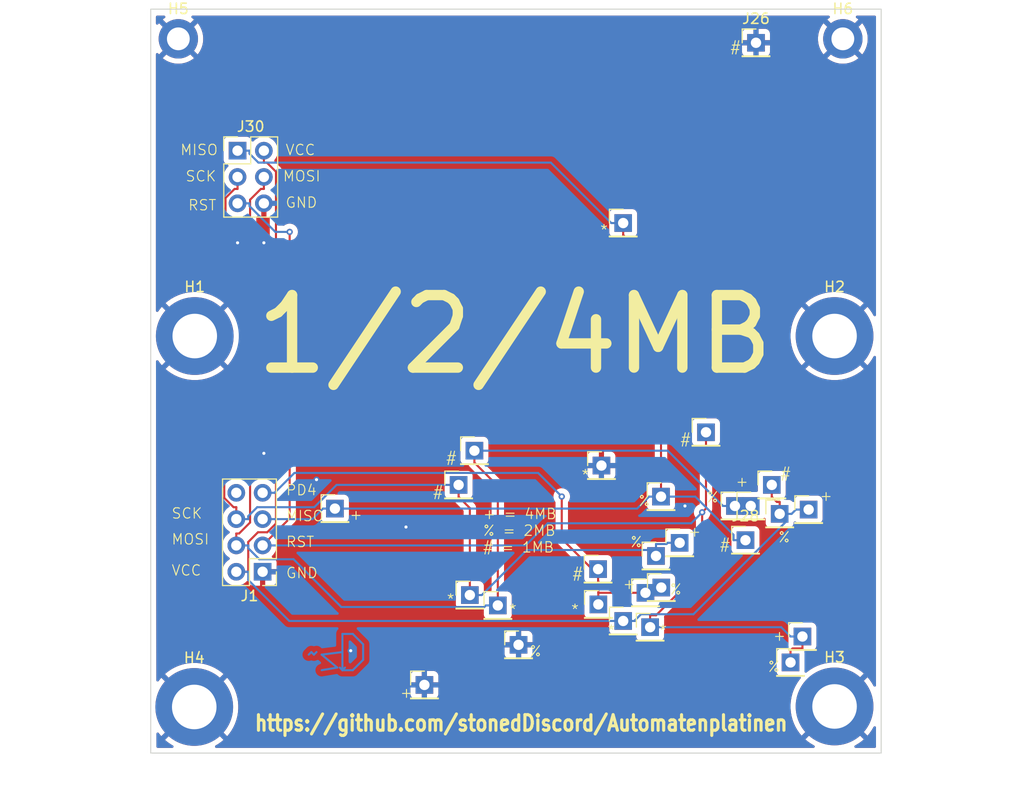
<source format=kicad_pcb>
(kicad_pcb (version 20241229) (generator "pcbnew") (generator_version "9.0")
  (layers (0 "F.Cu" signal) (2 "B.Cu" signal) (13 "F.Paste" user) (15 "B.Paste" user) (5 "F.SilkS" user "F.Silkscreen") (7 "B.SilkS" user "B.Silkscreen") (1 "F.Mask" user) (3 "B.Mask" user) (25 "Edge.Cuts" user))
  (net 0 "")
  (net 1 "/SCK")
  (net 2 "/MOSI")
  (net 3 "/RST")
  (net 4 "/GND")
  (net 5 "/MISO")
  (net 6 "/PD4")
  (net 8 "/VCC")
  (footprint "Connector_PinHeader_2.54mm:PinHeader_1x01_P2.54mm_Vertical" (layer "F.Cu") (at 164.592 81.788)
    (property "Reference" "J27" (hide yes))
    (property "Value" "Conn_01x01_Pin")
    (fp_line (start -1.33 -1.33) (end 0 -1.33) (stroke (width 0.12)) (layer "F.SilkS"))
    (fp_line (start -1.33 0) (end -1.33 -1.33) (stroke (width 0.12)) (layer "F.SilkS"))
    (fp_line (start -1.33 1.27) (end -1.33 1.33) (stroke (width 0.12)) (layer "F.SilkS"))
    (fp_line (start -1.33 1.27) (end 1.33 1.27) (stroke (width 0.12)) (layer "F.SilkS"))
    (fp_line (start -1.33 1.33) (end 1.33 1.33) (stroke (width 0.12)) (layer "F.SilkS"))
    (fp_line (start 1.33 1.27) (end 1.33 1.33) (stroke (width 0.12)) (layer "F.SilkS"))
    (pad "1" thru_hole rect (at 0 0) (size 1.7 1.7) (drill 1) (layers "*.Cu" "*.Mask") (net 3 "/RST"))
  )
  (footprint "Connector_PinHeader_2.54mm:PinHeader_1x01_P2.54mm_Vertical" (layer "F.Cu") (at 173.9 101.5)
    (property "Reference" "J3" (hide yes))
    (property "Value" "Conn_01x01_Pin")
    (fp_line (start -1.33 -1.33) (end 0 -1.33) (stroke (width 0.12)) (layer "F.SilkS"))
    (fp_line (start -1.33 0) (end -1.33 -1.33) (stroke (width 0.12)) (layer "F.SilkS"))
    (fp_line (start -1.33 1.27) (end -1.33 1.33) (stroke (width 0.12)) (layer "F.SilkS"))
    (fp_line (start -1.33 1.27) (end 1.33 1.27) (stroke (width 0.12)) (layer "F.SilkS"))
    (fp_line (start -1.33 1.33) (end 1.33 1.33) (stroke (width 0.12)) (layer "F.SilkS"))
    (fp_line (start 1.33 1.27) (end 1.33 1.33) (stroke (width 0.12)) (layer "F.SilkS"))
    (pad "1" thru_hole rect (at 0 0) (size 1.7 1.7) (drill 1) (layers "*.Cu" "*.Mask") (net 3 "/RST"))
  )
  (footprint "Connector_PinHeader_2.54mm:PinHeader_1x01_P2.54mm_Vertical" (layer "F.Cu") (at 171.704 89.662)
    (property "Reference" "J20" (hide yes))
    (property "Value" "Conn_01x01_Pin")
    (fp_line (start -1.33 -1.33) (end 0 -1.33) (stroke (width 0.12)) (layer "F.SilkS"))
    (fp_line (start -1.33 0) (end -1.33 -1.33) (stroke (width 0.12)) (layer "F.SilkS"))
    (fp_line (start -1.33 1.27) (end -1.33 1.33) (stroke (width 0.12)) (layer "F.SilkS"))
    (fp_line (start -1.33 1.27) (end 1.33 1.27) (stroke (width 0.12)) (layer "F.SilkS"))
    (fp_line (start -1.33 1.33) (end 1.33 1.33) (stroke (width 0.12)) (layer "F.SilkS"))
    (fp_line (start 1.33 1.27) (end 1.33 1.33) (stroke (width 0.12)) (layer "F.SilkS"))
    (pad "1" thru_hole rect (at 0 0) (size 1.7 1.7) (drill 1) (layers "*.Cu" "*.Mask") (net 8 "/VCC"))
  )
  (footprint "Connector_PinHeader_2.54mm:PinHeader_1x01_P2.54mm_Vertical" (layer "F.Cu") (at 140.716 86.868)
    (property "Reference" "J25" (hide yes))
    (property "Value" "Conn_01x01_Pin")
    (fp_line (start -1.33 -1.33) (end 0 -1.33) (stroke (width 0.12)) (layer "F.SilkS"))
    (fp_line (start -1.33 0) (end -1.33 -1.33) (stroke (width 0.12)) (layer "F.SilkS"))
    (fp_line (start -1.33 1.27) (end -1.33 1.33) (stroke (width 0.12)) (layer "F.SilkS"))
    (fp_line (start -1.33 1.27) (end 1.33 1.27) (stroke (width 0.12)) (layer "F.SilkS"))
    (fp_line (start -1.33 1.33) (end 1.33 1.33) (stroke (width 0.12)) (layer "F.SilkS"))
    (fp_line (start 1.33 1.27) (end 1.33 1.33) (stroke (width 0.12)) (layer "F.SilkS"))
    (pad "1" thru_hole rect (at 0 0) (size 1.7 1.7) (drill 1) (layers "*.Cu" "*.Mask") (net 1 "/SCK"))
  )
  (footprint "MountingHole:MountingHole_2.2mm_M2_DIN965_Pad" (layer "F.Cu") (at 113.665 43.815)
    (property "Reference" "H5" (at 0 -2.9 0) (layer "F.SilkS"))
    (property "Value" "MountingHole_Pad")
    (pad "1" thru_hole circle (at 0 0) (size 3.8 3.8) (drill 2.2) (layers "*.Cu" "*.Mask") (net 4 "/GND"))
  )
  (footprint "Connector_PinHeader_2.54mm:PinHeader_1x01_P2.54mm_Vertical" (layer "F.Cu") (at 137.414 106.172)
    (property "Reference" "J2" (hide yes))
    (property "Value" "Conn_01x01_Pin")
    (fp_line (start -1.33 -1.33) (end 0 -1.33) (stroke (width 0.12)) (layer "F.SilkS"))
    (fp_line (start -1.33 0) (end -1.33 -1.33) (stroke (width 0.12)) (layer "F.SilkS"))
    (fp_line (start -1.33 1.27) (end -1.33 1.33) (stroke (width 0.12)) (layer "F.SilkS"))
    (fp_line (start -1.33 1.27) (end 1.33 1.27) (stroke (width 0.12)) (layer "F.SilkS"))
    (fp_line (start -1.33 1.33) (end 1.33 1.33) (stroke (width 0.12)) (layer "F.SilkS"))
    (fp_line (start 1.33 1.27) (end 1.33 1.33) (stroke (width 0.12)) (layer "F.SilkS"))
    (pad "1" thru_hole rect (at 0 0) (size 1.7 1.7) (drill 1) (layers "*.Cu" "*.Mask") (net 4 "/GND"))
  )
  (footprint "Connector_PinHeader_2.54mm:PinHeader_1x01_P2.54mm_Vertical" (layer "F.Cu") (at 167.386 88.9)
    (property "Reference" "J14" (hide yes))
    (property "Value" "Conn_01x01_Pin")
    (fp_line (start -1.33 -1.33) (end 0 -1.33) (stroke (width 0.12)) (layer "F.SilkS"))
    (fp_line (start -1.33 0) (end -1.33 -1.33) (stroke (width 0.12)) (layer "F.SilkS"))
    (fp_line (start -1.33 1.27) (end -1.33 1.33) (stroke (width 0.12)) (layer "F.SilkS"))
    (fp_line (start -1.33 1.27) (end 1.33 1.27) (stroke (width 0.12)) (layer "F.SilkS"))
    (fp_line (start -1.33 1.33) (end 1.33 1.33) (stroke (width 0.12)) (layer "F.SilkS"))
    (fp_line (start 1.33 1.27) (end 1.33 1.33) (stroke (width 0.12)) (layer "F.SilkS"))
    (pad "1" thru_hole rect (at 0 0) (size 1.7 1.7) (drill 1) (layers "*.Cu" "*.Mask") (net 2 "/MOSI"))
  )
  (footprint "MountingHole:MountingHole_4.3mm_M4_DIN965_Pad" (layer "F.Cu") (at 115.2 108.3)
    (property "Reference" "H4" (at 0 -4.75 0) (layer "F.SilkS"))
    (property "Value" "MountingHole_Pad")
    (pad "1" thru_hole circle (at 0 0) (size 7.5 7.5) (drill 4.3) (layers "*.Cu" "*.Mask") (net 4 "/GND"))
  )
  (footprint "MountingHole:MountingHole_2.2mm_M2_DIN965_Pad" (layer "F.Cu") (at 177.8 43.815)
    (property "Reference" "H6" (at 0 -2.9 0) (layer "F.SilkS"))
    (property "Value" "MountingHole_Pad")
    (pad "1" thru_hole circle (at 0 0) (size 3.8 3.8) (drill 2.2) (layers "*.Cu" "*.Mask") (net 4 "/GND"))
  )
  (footprint "Connector_PinHeader_2.54mm:PinHeader_2x04_P2.54mm_Vertical" (layer "F.Cu") (at 121.8 95.25 180)
    (property "Reference" "J1" (at 1.27 -2.33 0) (layer "F.SilkS"))
    (property "Value" "Conn_02x04_Odd_Even")
    (fp_line (start 3.87 -1.33) (end 3.87 8.95) (stroke (width 0.12)) (layer "F.SilkS"))
    (fp_line (start 1.27 1.27) (end 1.27 -1.33) (stroke (width 0.12)) (layer "F.SilkS"))
    (fp_line (start 1.27 -1.33) (end 3.87 -1.33) (stroke (width 0.12)) (layer "F.SilkS"))
    (fp_line (start -1.33 8.95) (end 3.87 8.95) (stroke (width 0.12)) (layer "F.SilkS"))
    (fp_line (start -1.33 1.27) (end 1.27 1.27) (stroke (width 0.12)) (layer "F.SilkS"))
    (fp_line (start -1.33 1.27) (end -1.33 8.95) (stroke (width 0.12)) (layer "F.SilkS"))
    (fp_line (start -1.33 0) (end -1.33 -1.33) (stroke (width 0.12)) (layer "F.SilkS"))
    (fp_line (start -1.33 -1.33) (end 0 -1.33) (stroke (width 0.12)) (layer "F.SilkS"))
    (pad "1" thru_hole rect (at 0 0 180) (size 1.7 1.7) (drill 1) (layers "*.Cu" "*.Mask") (net 4 "/GND"))
    (pad "2" thru_hole oval (at 2.54 0 180) (size 1.7 1.7) (drill 1) (layers "*.Cu" "*.Mask") (net 8 "/VCC"))
    (pad "3" thru_hole oval (at 0 2.54 180) (size 1.7 1.7) (drill 1) (layers "*.Cu" "*.Mask") (net 3 "/RST"))
    (pad "4" thru_hole oval (at 2.54 2.54 180) (size 1.7 1.7) (drill 1) (layers "*.Cu" "*.Mask") (net 2 "/MOSI"))
    (pad "5" thru_hole oval (at 0 5.08 180) (size 1.7 1.7) (drill 1) (layers "*.Cu" "*.Mask") (net 5 "/MISO"))
    (pad "6" thru_hole oval (at 2.54 5.08 180) (size 1.7 1.7) (drill 1) (layers "*.Cu" "*.Mask") (net 1 "/SCK"))
    (pad "7" thru_hole oval (at 0 7.62 180) (size 1.7 1.7) (drill 1) (layers "*.Cu" "*.Mask") (net 6 "/PD4"))
    (pad "8" thru_hole oval (at 2.54 7.62 180) (size 1.7 1.7) (drill 1) (layers "*.Cu" "*.Mask"))
  )
  (footprint "MountingHole:MountingHole_4.3mm_M4_DIN965_Pad" (layer "F.Cu") (at 177 72.5)
    (property "Reference" "H2" (at 0 -4.75 0) (layer "F.SilkS"))
    (property "Value" "MountingHole_Pad")
    (pad "1" thru_hole circle (at 0 0) (size 7.5 7.5) (drill 4.3) (layers "*.Cu" "*.Mask") (net 4 "/GND"))
  )
  (footprint "Connector_PinHeader_2.54mm:PinHeader_1x01_P2.54mm_Vertical" (layer "F.Cu") (at 144.5 98.5)
    (property "Reference" "J21" (hide yes))
    (property "Value" "Conn_01x01_Pin")
    (fp_line (start -1.33 -1.33) (end 0 -1.33) (stroke (width 0.12)) (layer "F.SilkS"))
    (fp_line (start -1.33 0) (end -1.33 -1.33) (stroke (width 0.12)) (layer "F.SilkS"))
    (fp_line (start -1.33 1.27) (end -1.33 1.33) (stroke (width 0.12)) (layer "F.SilkS"))
    (fp_line (start -1.33 1.27) (end 1.33 1.27) (stroke (width 0.12)) (layer "F.SilkS"))
    (fp_line (start -1.33 1.33) (end 1.33 1.33) (stroke (width 0.12)) (layer "F.SilkS"))
    (fp_line (start 1.33 1.27) (end 1.33 1.33) (stroke (width 0.12)) (layer "F.SilkS"))
    (pad "1" thru_hole rect (at 0 0) (size 1.7 1.7) (drill 1) (layers "*.Cu" "*.Mask") (net 2 "/MOSI"))
  )
  (footprint "Connector_PinHeader_2.54mm:PinHeader_1x01_P2.54mm_Vertical" (layer "F.Cu") (at 142.24 83.566)
    (property "Reference" "J7" (hide yes))
    (property "Value" "Conn_01x01_Pin")
    (fp_line (start -1.33 -1.33) (end 0 -1.33) (stroke (width 0.12)) (layer "F.SilkS"))
    (fp_line (start -1.33 0) (end -1.33 -1.33) (stroke (width 0.12)) (layer "F.SilkS"))
    (fp_line (start -1.33 1.27) (end -1.33 1.33) (stroke (width 0.12)) (layer "F.SilkS"))
    (fp_line (start -1.33 1.27) (end 1.33 1.27) (stroke (width 0.12)) (layer "F.SilkS"))
    (fp_line (start -1.33 1.33) (end 1.33 1.33) (stroke (width 0.12)) (layer "F.SilkS"))
    (fp_line (start 1.33 1.27) (end 1.33 1.33) (stroke (width 0.12)) (layer "F.SilkS"))
    (pad "1" thru_hole rect (at 0 0) (size 1.7 1.7) (drill 1) (layers "*.Cu" "*.Mask") (net 2 "/MOSI"))
  )
  (footprint "Connector_PinHeader_2.54mm:PinHeader_2x03_P2.54mm_Vertical" (layer "F.Cu") (at 119.38 54.61)
    (property "Reference" "J30" (at 1.27 -2.33 0) (layer "F.SilkS"))
    (property "Value" "Conn_02x03_Odd_Even")
    (fp_line (start -1.33 -1.33) (end 0 -1.33) (stroke (width 0.12)) (layer "F.SilkS"))
    (fp_line (start -1.33 0) (end -1.33 -1.33) (stroke (width 0.12)) (layer "F.SilkS"))
    (fp_line (start -1.33 1.27) (end -1.33 6.41) (stroke (width 0.12)) (layer "F.SilkS"))
    (fp_line (start -1.33 1.27) (end 1.27 1.27) (stroke (width 0.12)) (layer "F.SilkS"))
    (fp_line (start -1.33 6.41) (end 3.87 6.41) (stroke (width 0.12)) (layer "F.SilkS"))
    (fp_line (start 1.27 -1.33) (end 3.87 -1.33) (stroke (width 0.12)) (layer "F.SilkS"))
    (fp_line (start 1.27 1.27) (end 1.27 -1.33) (stroke (width 0.12)) (layer "F.SilkS"))
    (fp_line (start 3.87 -1.33) (end 3.87 6.41) (stroke (width 0.12)) (layer "F.SilkS"))
    (pad "1" thru_hole rect (at 0 0) (size 1.7 1.7) (drill 1) (layers "*.Cu" "*.Mask") (net 5 "/MISO"))
    (pad "2" thru_hole oval (at 2.54 0) (size 1.7 1.7) (drill 1) (layers "*.Cu" "*.Mask") (net 8 "/VCC"))
    (pad "3" thru_hole oval (at 0 2.54) (size 1.7 1.7) (drill 1) (layers "*.Cu" "*.Mask") (net 1 "/SCK"))
    (pad "4" thru_hole oval (at 2.54 2.54) (size 1.7 1.7) (drill 1) (layers "*.Cu" "*.Mask") (net 2 "/MOSI"))
    (pad "5" thru_hole oval (at 0 5.08) (size 1.7 1.7) (drill 1) (layers "*.Cu" "*.Mask") (net 3 "/RST"))
    (pad "6" thru_hole oval (at 2.54 5.08) (size 1.7 1.7) (drill 1) (layers "*.Cu" "*.Mask") (net 4 "/GND"))
  )
  (footprint "Connector_PinHeader_2.54mm:PinHeader_1x01_P2.54mm_Vertical" (layer "F.Cu") (at 146.5 102.3)
    (property "Reference" "J9" (hide yes))
    (property "Value" "Conn_01x01_Pin")
    (fp_line (start -1.33 -1.33) (end 0 -1.33) (stroke (width 0.12)) (layer "F.SilkS"))
    (fp_line (start -1.33 0) (end -1.33 -1.33) (stroke (width 0.12)) (layer "F.SilkS"))
    (fp_line (start -1.33 1.27) (end -1.33 1.33) (stroke (width 0.12)) (layer "F.SilkS"))
    (fp_line (start -1.33 1.27) (end 1.33 1.27) (stroke (width 0.12)) (layer "F.SilkS"))
    (fp_line (start -1.33 1.33) (end 1.33 1.33) (stroke (width 0.12)) (layer "F.SilkS"))
    (fp_line (start 1.33 1.27) (end 1.33 1.33) (stroke (width 0.12)) (layer "F.SilkS"))
    (pad "1" thru_hole rect (at 0 0) (size 1.7 1.7) (drill 1) (layers "*.Cu" "*.Mask") (net 4 "/GND"))
  )
  (footprint "Connector_PinHeader_2.54mm:PinHeader_1x01_P2.54mm_Vertical" (layer "F.Cu") (at 128.778 89.154)
    (property "Reference" "J4" (hide yes))
    (property "Value" "Conn_01x01_Pin")
    (fp_line (start -1.33 -1.33) (end 0 -1.33) (stroke (width 0.12)) (layer "F.SilkS"))
    (fp_line (start -1.33 0) (end -1.33 -1.33) (stroke (width 0.12)) (layer "F.SilkS"))
    (fp_line (start -1.33 1.27) (end -1.33 1.33) (stroke (width 0.12)) (layer "F.SilkS"))
    (fp_line (start -1.33 1.27) (end 1.33 1.27) (stroke (width 0.12)) (layer "F.SilkS"))
    (fp_line (start -1.33 1.33) (end 1.33 1.33) (stroke (width 0.12)) (layer "F.SilkS"))
    (fp_line (start 1.33 1.27) (end 1.33 1.33) (stroke (width 0.12)) (layer "F.SilkS"))
    (pad "1" thru_hole rect (at 0 0) (size 1.7 1.7) (drill 1) (layers "*.Cu" "*.Mask") (net 5 "/MISO"))
  )
  (footprint "Connector_PinHeader_2.54mm:PinHeader_1x01_P2.54mm_Vertical" (layer "F.Cu") (at 156.6 61.595)
    (property "Reference" "J18" (hide yes))
    (property "Value" "Conn_01x01_Pin")
    (fp_line (start -1.33 -1.33) (end 0 -1.33) (stroke (width 0.12)) (layer "F.SilkS"))
    (fp_line (start -1.33 0) (end -1.33 -1.33) (stroke (width 0.12)) (layer "F.SilkS"))
    (fp_line (start -1.33 1.27) (end -1.33 1.33) (stroke (width 0.12)) (layer "F.SilkS"))
    (fp_line (start -1.33 1.27) (end 1.33 1.27) (stroke (width 0.12)) (layer "F.SilkS"))
    (fp_line (start -1.33 1.33) (end 1.33 1.33) (stroke (width 0.12)) (layer "F.SilkS"))
    (fp_line (start 1.33 1.27) (end 1.33 1.33) (stroke (width 0.12)) (layer "F.SilkS"))
    (pad "1" thru_hole rect (at 0 0) (size 1.7 1.7) (drill 1) (layers "*.Cu" "*.Mask") (net 5 "/MISO"))
  )
  (footprint "Connector_PinHeader_2.54mm:PinHeader_1x01_P2.54mm_Vertical" (layer "F.Cu") (at 160.25 88)
    (property "Reference" "J11" (hide yes))
    (property "Value" "Conn_01x01_Pin")
    (fp_line (start -1.33 -1.33) (end 0 -1.33) (stroke (width 0.12)) (layer "F.SilkS"))
    (fp_line (start -1.33 0) (end -1.33 -1.33) (stroke (width 0.12)) (layer "F.SilkS"))
    (fp_line (start -1.33 1.27) (end -1.33 1.33) (stroke (width 0.12)) (layer "F.SilkS"))
    (fp_line (start -1.33 1.27) (end 1.33 1.27) (stroke (width 0.12)) (layer "F.SilkS"))
    (fp_line (start -1.33 1.33) (end 1.33 1.33) (stroke (width 0.12)) (layer "F.SilkS"))
    (fp_line (start 1.33 1.27) (end 1.33 1.33) (stroke (width 0.12)) (layer "F.SilkS"))
    (pad "1" thru_hole rect (at 0 0) (size 1.7 1.7) (drill 1) (layers "*.Cu" "*.Mask") (net 5 "/MISO"))
  )
  (footprint "Connector_PinHeader_2.54mm:PinHeader_1x01_P2.54mm_Vertical" (layer "F.Cu") (at 174.5 89.25)
    (property "Reference" "J6" (hide yes))
    (property "Value" "Conn_01x01_Pin")
    (fp_line (start -1.33 -1.33) (end 0 -1.33) (stroke (width 0.12)) (layer "F.SilkS"))
    (fp_line (start -1.33 0) (end -1.33 -1.33) (stroke (width 0.12)) (layer "F.SilkS"))
    (fp_line (start -1.33 1.27) (end -1.33 1.33) (stroke (width 0.12)) (layer "F.SilkS"))
    (fp_line (start -1.33 1.27) (end 1.33 1.27) (stroke (width 0.12)) (layer "F.SilkS"))
    (fp_line (start -1.33 1.33) (end 1.33 1.33) (stroke (width 0.12)) (layer "F.SilkS"))
    (fp_line (start 1.33 1.27) (end 1.33 1.33) (stroke (width 0.12)) (layer "F.SilkS"))
    (pad "1" thru_hole rect (at 0 0) (size 1.7 1.7) (drill 1) (layers "*.Cu" "*.Mask") (net 8 "/VCC"))
  )
  (footprint "Connector_PinHeader_2.54mm:PinHeader_1x01_P2.54mm_Vertical" (layer "F.Cu") (at 170.942 86.868)
    (property "Reference" "J23" (hide yes))
    (property "Value" "Conn_01x01_Pin")
    (fp_line (start -1.33 -1.33) (end 0 -1.33) (stroke (width 0.12)) (layer "F.SilkS"))
    (fp_line (start -1.33 0) (end -1.33 -1.33) (stroke (width 0.12)) (layer "F.SilkS"))
    (fp_line (start -1.33 1.27) (end -1.33 1.33) (stroke (width 0.12)) (layer "F.SilkS"))
    (fp_line (start -1.33 1.27) (end 1.33 1.27) (stroke (width 0.12)) (layer "F.SilkS"))
    (fp_line (start -1.33 1.33) (end 1.33 1.33) (stroke (width 0.12)) (layer "F.SilkS"))
    (fp_line (start 1.33 1.27) (end 1.33 1.33) (stroke (width 0.12)) (layer "F.SilkS"))
    (pad "1" thru_hole rect (at 0 0) (size 1.7 1.7) (drill 1) (layers "*.Cu" "*.Mask") (net 8 "/VCC"))
  )
  (footprint "Connector_PinHeader_2.54mm:PinHeader_1x01_P2.54mm_Vertical" (layer "F.Cu") (at 159.766 93.726)
    (property "Reference" "J15" (hide yes))
    (property "Value" "Conn_01x01_Pin")
    (fp_line (start -1.33 -1.33) (end 0 -1.33) (stroke (width 0.12)) (layer "F.SilkS"))
    (fp_line (start -1.33 0) (end -1.33 -1.33) (stroke (width 0.12)) (layer "F.SilkS"))
    (fp_line (start -1.33 1.27) (end -1.33 1.33) (stroke (width 0.12)) (layer "F.SilkS"))
    (fp_line (start -1.33 1.27) (end 1.33 1.27) (stroke (width 0.12)) (layer "F.SilkS"))
    (fp_line (start -1.33 1.33) (end 1.33 1.33) (stroke (width 0.12)) (layer "F.SilkS"))
    (fp_line (start 1.33 1.27) (end 1.33 1.33) (stroke (width 0.12)) (layer "F.SilkS"))
    (pad "1" thru_hole rect (at 0 0) (size 1.7 1.7) (drill 1) (layers "*.Cu" "*.Mask") (net 1 "/SCK"))
  )
  (footprint "Connector_PinHeader_2.54mm:PinHeader_1x01_P2.54mm_Vertical" (layer "F.Cu") (at 154.5 85)
    (property "Reference" "J16" (hide yes))
    (property "Value" "Conn_01x01_Pin")
    (fp_line (start -1.33 -1.33) (end 0 -1.33) (stroke (width 0.12)) (layer "F.SilkS"))
    (fp_line (start -1.33 0) (end -1.33 -1.33) (stroke (width 0.12)) (layer "F.SilkS"))
    (fp_line (start -1.33 1.27) (end -1.33 1.33) (stroke (width 0.12)) (layer "F.SilkS"))
    (fp_line (start -1.33 1.27) (end 1.33 1.27) (stroke (width 0.12)) (layer "F.SilkS"))
    (fp_line (start -1.33 1.33) (end 1.33 1.33) (stroke (width 0.12)) (layer "F.SilkS"))
    (fp_line (start 1.33 1.27) (end 1.33 1.33) (stroke (width 0.12)) (layer "F.SilkS"))
    (pad "1" thru_hole rect (at 0 0) (size 1.7 1.7) (drill 1) (layers "*.Cu" "*.Mask") (net 4 "/GND"))
  )
  (footprint "Connector_PinHeader_2.54mm:PinHeader_1x01_P2.54mm_Vertical" (layer "F.Cu") (at 168.91 88.9)
    (property "Reference" "J24" (hide yes))
    (property "Value" "Conn_01x01_Pin")
    (fp_line (start -1.33 -1.33) (end 0 -1.33) (stroke (width 0.12)) (layer "F.SilkS"))
    (fp_line (start -1.33 0) (end -1.33 -1.33) (stroke (width 0.12)) (layer "F.SilkS"))
    (fp_line (start -1.33 1.27) (end -1.33 1.33) (stroke (width 0.12)) (layer "F.SilkS"))
    (fp_line (start -1.33 1.27) (end 1.33 1.27) (stroke (width 0.12)) (layer "F.SilkS"))
    (fp_line (start -1.33 1.33) (end 1.33 1.33) (stroke (width 0.12)) (layer "F.SilkS"))
    (fp_line (start 1.33 1.27) (end 1.33 1.33) (stroke (width 0.12)) (layer "F.SilkS"))
    (pad "1" thru_hole rect (at 0 0) (size 1.7 1.7) (drill 1) (layers "*.Cu" "*.Mask") (net 2 "/MOSI"))
  )
  (footprint "MountingHole:MountingHole_4.3mm_M4_DIN965_Pad" (layer "F.Cu") (at 115.25 72.5)
    (property "Reference" "H1" (at 0 -4.75 0) (layer "F.SilkS"))
    (property "Value" "MountingHole_Pad")
    (pad "1" thru_hole circle (at 0 0) (size 7.5 7.5) (drill 4.3) (layers "*.Cu" "*.Mask") (net 4 "/GND"))
  )
  (footprint "Connector_PinHeader_2.54mm:PinHeader_1x01_P2.54mm_Vertical" (layer "F.Cu") (at 154.2 98.4)
    (property "Reference" "J12" (hide yes))
    (property "Value" "Conn_01x01_Pin")
    (fp_line (start -1.33 -1.33) (end 0 -1.33) (stroke (width 0.12)) (layer "F.SilkS"))
    (fp_line (start -1.33 0) (end -1.33 -1.33) (stroke (width 0.12)) (layer "F.SilkS"))
    (fp_line (start -1.33 1.27) (end -1.33 1.33) (stroke (width 0.12)) (layer "F.SilkS"))
    (fp_line (start -1.33 1.27) (end 1.33 1.27) (stroke (width 0.12)) (layer "F.SilkS"))
    (fp_line (start -1.33 1.33) (end 1.33 1.33) (stroke (width 0.12)) (layer "F.SilkS"))
    (fp_line (start 1.33 1.27) (end 1.33 1.33) (stroke (width 0.12)) (layer "F.SilkS"))
    (pad "1" thru_hole rect (at 0 0) (size 1.7 1.7) (drill 1) (layers "*.Cu" "*.Mask") (net 6 "/PD4"))
  )
  (footprint "MountingHole:MountingHole_4.3mm_M4_DIN965_Pad" (layer "F.Cu") (at 177 108.25)
    (property "Reference" "H3" (at 0 -4.75 0) (layer "F.SilkS"))
    (property "Value" "MountingHole_Pad")
    (pad "1" thru_hole circle (at 0 0) (size 7.5 7.5) (drill 4.3) (layers "*.Cu" "*.Mask") (net 4 "/GND"))
  )
  (footprint "Connector_PinHeader_2.54mm:PinHeader_1x01_P2.54mm_Vertical" (layer "F.Cu") (at 169.418 44.196)
    (property "Reference" "J26" (at 0 -2.33 0) (layer "F.SilkS"))
    (property "Value" "Conn_01x01_Pin")
    (fp_line (start -1.33 -1.33) (end 0 -1.33) (stroke (width 0.12)) (layer "F.SilkS"))
    (fp_line (start -1.33 0) (end -1.33 -1.33) (stroke (width 0.12)) (layer "F.SilkS"))
    (fp_line (start -1.33 1.27) (end -1.33 1.33) (stroke (width 0.12)) (layer "F.SilkS"))
    (fp_line (start -1.33 1.27) (end 1.33 1.27) (stroke (width 0.12)) (layer "F.SilkS"))
    (fp_line (start -1.33 1.33) (end 1.33 1.33) (stroke (width 0.12)) (layer "F.SilkS"))
    (fp_line (start 1.33 1.27) (end 1.33 1.33) (stroke (width 0.12)) (layer "F.SilkS"))
    (pad "1" thru_hole rect (at 0 0) (size 1.7 1.7) (drill 1) (layers "*.Cu" "*.Mask") (net 4 "/GND"))
  )
  (footprint "Connector_PinHeader_2.54mm:PinHeader_1x01_P2.54mm_Vertical" (layer "F.Cu") (at 158.75 97.282)
    (property "Reference" "J5" (hide yes))
    (property "Value" "Conn_01x01_Pin")
    (fp_line (start -1.33 -1.33) (end 0 -1.33) (stroke (width 0.12)) (layer "F.SilkS"))
    (fp_line (start -1.33 0) (end -1.33 -1.33) (stroke (width 0.12)) (layer "F.SilkS"))
    (fp_line (start -1.33 1.27) (end -1.33 1.33) (stroke (width 0.12)) (layer "F.SilkS"))
    (fp_line (start -1.33 1.27) (end 1.33 1.27) (stroke (width 0.12)) (layer "F.SilkS"))
    (fp_line (start -1.33 1.33) (end 1.33 1.33) (stroke (width 0.12)) (layer "F.SilkS"))
    (fp_line (start 1.33 1.27) (end 1.33 1.33) (stroke (width 0.12)) (layer "F.SilkS"))
    (pad "1" thru_hole rect (at 0 0) (size 1.7 1.7) (drill 1) (layers "*.Cu" "*.Mask") (net 6 "/PD4"))
  )
  (footprint "Connector_PinHeader_2.54mm:PinHeader_1x01_P2.54mm_Vertical" (layer "F.Cu") (at 162.052 92.456)
    (property "Reference" "J8" (hide yes))
    (property "Value" "Conn_01x01_Pin")
    (fp_line (start -1.33 -1.33) (end 0 -1.33) (stroke (width 0.12)) (layer "F.SilkS"))
    (fp_line (start -1.33 0) (end -1.33 -1.33) (stroke (width 0.12)) (layer "F.SilkS"))
    (fp_line (start -1.33 1.27) (end -1.33 1.33) (stroke (width 0.12)) (layer "F.SilkS"))
    (fp_line (start -1.33 1.27) (end 1.33 1.27) (stroke (width 0.12)) (layer "F.SilkS"))
    (fp_line (start -1.33 1.33) (end 1.33 1.33) (stroke (width 0.12)) (layer "F.SilkS"))
    (fp_line (start 1.33 1.27) (end 1.33 1.33) (stroke (width 0.12)) (layer "F.SilkS"))
    (pad "1" thru_hole rect (at 0 0) (size 1.7 1.7) (drill 1) (layers "*.Cu" "*.Mask") (net 1 "/SCK"))
  )
  (footprint "Connector_PinHeader_2.54mm:PinHeader_1x01_P2.54mm_Vertical" (layer "F.Cu") (at 168.402 92.202)
    (property "Reference" "J28" (at 0 -2.33 0) (layer "F.SilkS"))
    (property "Value" "Conn_01x01_Pin")
    (fp_line (start -1.33 -1.33) (end 0 -1.33) (stroke (width 0.12)) (layer "F.SilkS"))
    (fp_line (start -1.33 0) (end -1.33 -1.33) (stroke (width 0.12)) (layer "F.SilkS"))
    (fp_line (start -1.33 1.27) (end -1.33 1.33) (stroke (width 0.12)) (layer "F.SilkS"))
    (fp_line (start -1.33 1.27) (end 1.33 1.27) (stroke (width 0.12)) (layer "F.SilkS"))
    (fp_line (start -1.33 1.33) (end 1.33 1.33) (stroke (width 0.12)) (layer "F.SilkS"))
    (fp_line (start 1.33 1.27) (end 1.33 1.33) (stroke (width 0.12)) (layer "F.SilkS"))
    (pad "1" thru_hole rect (at 0 0) (size 1.7 1.7) (drill 1) (layers "*.Cu" "*.Mask") (net 5 "/MISO"))
  )
  (footprint "Connector_PinHeader_2.54mm:PinHeader_1x01_P2.54mm_Vertical" (layer "F.Cu") (at 159.2 100.6)
    (property "Reference" "J17" (hide yes))
    (property "Value" "Conn_01x01_Pin")
    (fp_line (start -1.33 -1.33) (end 0 -1.33) (stroke (width 0.12)) (layer "F.SilkS"))
    (fp_line (start -1.33 0) (end -1.33 -1.33) (stroke (width 0.12)) (layer "F.SilkS"))
    (fp_line (start -1.33 1.27) (end -1.33 1.33) (stroke (width 0.12)) (layer "F.SilkS"))
    (fp_line (start -1.33 1.27) (end 1.33 1.27) (stroke (width 0.12)) (layer "F.SilkS"))
    (fp_line (start -1.33 1.33) (end 1.33 1.33) (stroke (width 0.12)) (layer "F.SilkS"))
    (fp_line (start 1.33 1.27) (end 1.33 1.33) (stroke (width 0.12)) (layer "F.SilkS"))
    (pad "1" thru_hole rect (at 0 0) (size 1.7 1.7) (drill 1) (layers "*.Cu" "*.Mask") (net 3 "/RST"))
  )
  (footprint "Connector_PinHeader_2.54mm:PinHeader_1x01_P2.54mm_Vertical" (layer "F.Cu") (at 160.274 96.774)
    (property "Reference" "J19" (hide yes))
    (property "Value" "Conn_01x01_Pin")
    (fp_line (start -1.33 -1.33) (end 0 -1.33) (stroke (width 0.12)) (layer "F.SilkS"))
    (fp_line (start -1.33 0) (end -1.33 -1.33) (stroke (width 0.12)) (layer "F.SilkS"))
    (fp_line (start -1.33 1.27) (end -1.33 1.33) (stroke (width 0.12)) (layer "F.SilkS"))
    (fp_line (start -1.33 1.27) (end 1.33 1.27) (stroke (width 0.12)) (layer "F.SilkS"))
    (fp_line (start -1.33 1.33) (end 1.33 1.33) (stroke (width 0.12)) (layer "F.SilkS"))
    (fp_line (start 1.33 1.27) (end 1.33 1.33) (stroke (width 0.12)) (layer "F.SilkS"))
    (pad "1" thru_hole rect (at 0 0) (size 1.7 1.7) (drill 1) (layers "*.Cu" "*.Mask") (net 6 "/PD4"))
  )
  (footprint "Connector_PinHeader_2.54mm:PinHeader_1x01_P2.54mm_Vertical" (layer "F.Cu") (at 156.6 100)
    (property "Reference" "J13" (hide yes))
    (property "Value" "Conn_01x01_Pin")
    (fp_line (start -1.33 -1.33) (end 0 -1.33) (stroke (width 0.12)) (layer "F.SilkS"))
    (fp_line (start -1.33 0) (end -1.33 -1.33) (stroke (width 0.12)) (layer "F.SilkS"))
    (fp_line (start -1.33 1.27) (end -1.33 1.33) (stroke (width 0.12)) (layer "F.SilkS"))
    (fp_line (start -1.33 1.27) (end 1.33 1.27) (stroke (width 0.12)) (layer "F.SilkS"))
    (fp_line (start -1.33 1.33) (end 1.33 1.33) (stroke (width 0.12)) (layer "F.SilkS"))
    (fp_line (start 1.33 1.27) (end 1.33 1.33) (stroke (width 0.12)) (layer "F.SilkS"))
    (pad "1" thru_hole rect (at 0 0) (size 1.7 1.7) (drill 1) (layers "*.Cu" "*.Mask") (net 8 "/VCC"))
  )
  (footprint "Connector_PinHeader_2.54mm:PinHeader_1x01_P2.54mm_Vertical" (layer "F.Cu") (at 154.178 94.996)
    (property "Reference" "J29" (hide yes))
    (property "Value" "Conn_01x01_Pin")
    (fp_line (start -1.33 -1.33) (end 0 -1.33) (stroke (width 0.12)) (layer "F.SilkS"))
    (fp_line (start -1.33 0) (end -1.33 -1.33) (stroke (width 0.12)) (layer "F.SilkS"))
    (fp_line (start -1.33 1.27) (end -1.33 1.33) (stroke (width 0.12)) (layer "F.SilkS"))
    (fp_line (start -1.33 1.27) (end 1.33 1.27) (stroke (width 0.12)) (layer "F.SilkS"))
    (fp_line (start -1.33 1.33) (end 1.33 1.33) (stroke (width 0.12)) (layer "F.SilkS"))
    (fp_line (start 1.33 1.27) (end 1.33 1.33) (stroke (width 0.12)) (layer "F.SilkS"))
    (pad "1" thru_hole rect (at 0 0) (size 1.7 1.7) (drill 1) (layers "*.Cu" "*.Mask") (net 6 "/PD4"))
  )
  (footprint "Connector_PinHeader_2.54mm:PinHeader_1x01_P2.54mm_Vertical" (layer "F.Cu") (at 141.8 97.5)
    (property "Reference" "J22" (hide yes))
    (property "Value" "Conn_01x01_Pin")
    (fp_line (start -1.33 -1.33) (end 0 -1.33) (stroke (width 0.12)) (layer "F.SilkS"))
    (fp_line (start -1.33 0) (end -1.33 -1.33) (stroke (width 0.12)) (layer "F.SilkS"))
    (fp_line (start -1.33 1.27) (end -1.33 1.33) (stroke (width 0.12)) (layer "F.SilkS"))
    (fp_line (start -1.33 1.27) (end 1.33 1.27) (stroke (width 0.12)) (layer "F.SilkS"))
    (fp_line (start -1.33 1.33) (end 1.33 1.33) (stroke (width 0.12)) (layer "F.SilkS"))
    (fp_line (start 1.33 1.27) (end 1.33 1.33) (stroke (width 0.12)) (layer "F.SilkS"))
    (pad "1" thru_hole rect (at 0 0) (size 1.7 1.7) (drill 1) (layers "*.Cu" "*.Mask") (net 1 "/SCK"))
  )
  (footprint "Connector_PinHeader_2.54mm:PinHeader_1x01_P2.54mm_Vertical" (layer "F.Cu") (at 172.75 104)
    (property "Reference" "J10" (hide yes))
    (property "Value" "Conn_01x01_Pin")
    (fp_line (start -1.33 -1.33) (end 0 -1.33) (stroke (width 0.12)) (layer "F.SilkS"))
    (fp_line (start -1.33 0) (end -1.33 -1.33) (stroke (width 0.12)) (layer "F.SilkS"))
    (fp_line (start -1.33 1.27) (end -1.33 1.33) (stroke (width 0.12)) (layer "F.SilkS"))
    (fp_line (start -1.33 1.27) (end 1.33 1.27) (stroke (width 0.12)) (layer "F.SilkS"))
    (fp_line (start -1.33 1.33) (end 1.33 1.33) (stroke (width 0.12)) (layer "F.SilkS"))
    (fp_line (start 1.33 1.27) (end 1.33 1.33) (stroke (width 0.12)) (layer "F.SilkS"))
    (pad "1" thru_hole rect (at 0 0) (size 1.7 1.7) (drill 1) (layers "*.Cu" "*.Mask") (net 3 "/RST"))
  )
  (gr_line (start 130.5 101.25) (end 129.5 101.25) (stroke (width 0.2)) (layer "B.Cu"))
  (gr_line (start 131.5 103.75) (end 131.5 102.25) (stroke (width 0.2)) (layer "B.Cu"))
  (gr_line (start 129.5 104.75) (end 130.5 104.75) (stroke (width 0.2)) (layer "B.Cu"))
  (gr_line (start 126.75 103.25) (end 126.5 103) (stroke (width 0.2)) (layer "B.Cu"))
  (gr_line (start 129.5 101.25) (end 129.5 104.75) (stroke (width 0.2)) (layer "B.Cu"))
  (gr_line (start 126.5 103) (end 126.25 103.25) (stroke (width 0.2)) (layer "B.Cu"))
  (gr_line (start 129.5 104.75) (end 129.25 104.5) (stroke (width 0.2)) (layer "B.Cu"))
  (gr_line (start 129 104.5) (end 127.5 104.75) (stroke (width 0.2)) (layer "B.Cu"))
  (gr_line (start 131.5 102.25) (end 130.5 101.25) (stroke (width 0.2)) (layer "B.Cu"))
  (gr_line (start 127.5 103.25) (end 129 104.5) (stroke (width 0.2)) (layer "B.Cu"))
  (gr_line (start 130.5 104.75) (end 131.5 103.75) (stroke (width 0.2)) (layer "B.Cu"))
  (gr_line (start 127 103) (end 126.75 103.25) (stroke (width 0.2)) (layer "B.Cu"))
  (gr_line (start 129.5 104.75) (end 129.75 104.5) (stroke (width 0.2)) (layer "B.Cu"))
  (gr_line (start 129.5 103) (end 127.5 103.25) (stroke (width 0.2)) (layer "B.Cu"))
  (gr_poly (pts (xy 181.5 40.949) (xy 111 40.949) (xy 111 112.75) (xy 181.5 112.75)) (stroke (width 0.1)) (fill no) (layer "Edge.Cuts"))
  (gr_text "#" (at 166.878 45.212 0) (layer "F.SilkS") (effects (font (size 1 1) (thickness 0.1)) (justify left bottom)))
  (gr_text "1/2/4MB" (at 120.65 76.454 0) (layer "F.SilkS") (effects (font (size 7 7) (thickness 1)) (justify left bottom)))
  (gr_text "#" (at 171.704 86.36 0) (layer "F.SilkS") (effects (font (size 1 1) (thickness 0.1)) (justify left bottom)))
  (gr_text "MISO" (at 124 90.45 0) (layer "F.SilkS") (effects (font (size 1 1) (thickness 0.1)) (justify left bottom)))
  (gr_text "+ = 4MB\n% = 2MB\n# = 1MB" (at 143.002 93.472 0) (layer "F.SilkS") (effects (font (size 1 1) (thickness 0.1)) (justify left bottom)))
  (gr_text "%" (at 161.036 97.536 0) (layer "F.SilkS") (effects (font (size 1 1) (thickness 0.1)) (justify left bottom)))
  (gr_text "https://github.com/stonedDiscord/Automatenplatinen" (at 120.904 110.744 0) (layer "F.SilkS") (effects (font (size 1.5 1.25) (thickness 0.3) (bold yes)) (justify left bottom)))
  (gr_text "+" (at 167.386 87.122 0) (layer "F.SilkS") (effects (font (size 1 1) (thickness 0.1)) (justify left bottom)))
  (gr_text "+" (at 135 107.5 0) (layer "F.SilkS") (effects (font (size 1 1) (thickness 0.1)) (justify left bottom)))
  (gr_text "#" (at 139.446 84.836 0) (layer "F.SilkS") (effects (font (size 1 1) (thickness 0.1)) (justify left bottom)))
  (gr_text "+" (at 156.5 97 0) (layer "F.SilkS") (effects (font (size 1 1) (thickness 0.1)) (justify left bottom)))
  (gr_text "%" (at 164.592 88.646 0) (layer "F.SilkS") (effects (font (size 1 1) (thickness 0.1)) (justify left bottom)))
  (gr_text "SCK" (at 112.95 90.2 0) (layer "F.SilkS") (effects (font (size 1 1) (thickness 0.1)) (justify left bottom)))
  (gr_text "GND" (at 123.952 60.198 0) (layer "F.SilkS") (effects (font (size 1 1) (thickness 0.1)) (justify left bottom)))
  (gr_text "%" (at 171.5 92.5 0) (layer "F.SilkS") (effects (font (size 1 1) (thickness 0.1)) (justify left bottom)))
  (gr_text "+" (at 175.5 88.5 0) (layer "F.SilkS") (effects (font (size 1 1) (thickness 0.1)) (justify left bottom)))
  (gr_text "#" (at 151.638 96.012 0) (layer "F.SilkS") (effects (font (size 1 1) (thickness 0.1)) (justify left bottom)))
  (gr_text "+" (at 171 102 0) (layer "F.SilkS") (effects (font (size 1 1) (thickness 0.1)) (justify left bottom)))
  (gr_text "*" (at 154.305 62.865 0) (layer "F.SilkS") (effects (font (size 1 1) (thickness 0.1)) (justify left bottom)))
  (gr_text "%" (at 170.5 105 0) (layer "F.SilkS") (effects (font (size 1 1) (thickness 0.1)) (justify left bottom)))
  (gr_text "VCC" (at 112.95 95.7 0) (layer "F.SilkS") (effects (font (size 1 1) (thickness 0.1)) (justify left bottom)))
  (gr_text "PD4" (at 124 87.95 0) (layer "F.SilkS") (effects (font (size 1 1) (thickness 0.1)) (justify left bottom)))
  (gr_text "+" (at 130.13 90.32 0) (layer "F.SilkS") (effects (font (size 1 1) (thickness 0.1)) (justify left bottom)))
  (gr_text "*" (at 152.5 86.5 0) (layer "F.SilkS") (effects (font (size 1 1) (thickness 0.1)) (justify left bottom)))
  (gr_text "MOSI" (at 112.95 92.7 0) (layer "F.SilkS") (effects (font (size 1 1) (thickness 0.1)) (justify left bottom)))
  (gr_text "GND" (at 124 95.95 0) (layer "F.SilkS") (effects (font (size 1 1) (thickness 0.1)) (justify left bottom)))
  (gr_text "SCK" (at 114.3 57.658 0) (layer "F.SilkS") (effects (font (size 1 1) (thickness 0.1)) (justify left bottom)))
  (gr_text "RST" (at 114.554 60.452 0) (layer "F.SilkS") (effects (font (size 1 1) (thickness 0.1)) (justify left bottom)))
  (gr_text "#" (at 138.176 88.138 0) (layer "F.SilkS") (effects (font (size 1 1) (thickness 0.1)) (justify left bottom)))
  (gr_text "*" (at 155 101.5 0) (layer "F.SilkS") (effects (font (size 1 1) (thickness 0.1)) (justify left bottom)))
  (gr_text "MOSI" (at 123.698 57.658 0) (layer "F.SilkS") (effects (font (size 1 1) (thickness 0.1)) (justify left bottom)))
  (gr_text "RST" (at 124 92.95 0) (layer "F.SilkS") (effects (font (size 1 1) (thickness 0.1)) (justify left bottom)))
  (gr_text "#" (at 165.862 93.218 0) (layer "F.SilkS") (effects (font (size 1 1) (thickness 0.1)) (justify left bottom)))
  (gr_text "%" (at 147.5 103.5 0) (layer "F.SilkS") (effects (font (size 1 1) (thickness 0.1)) (justify left bottom)))
  (gr_text "*" (at 145.5 99.5 0) (layer "F.SilkS") (effects (font (size 1 1) (thickness 0.1)) (justify left bottom)))
  (gr_text "MISO" (at 113.792 55.118 0) (layer "F.SilkS") (effects (font (size 1 1) (thickness 0.1)) (justify left bottom)))
  (gr_text "*" (at 160 101.5 0) (layer "F.SilkS") (effects (font (size 1 1) (thickness 0.1)) (justify left bottom)))
  (gr_text "#" (at 162.052 83.058 0) (layer "F.SilkS") (effects (font (size 1 1) (thickness 0.1)) (justify left bottom)))
  (gr_text "%" (at 157.226 92.964 0) (layer "F.SilkS") (effects (font (size 1 1) (thickness 0.1)) (justify left bottom)))
  (gr_text "%" (at 158 89 0) (layer "F.SilkS") (effects (font (size 1 1) (thickness 0.1)) (justify left bottom)))
  (gr_text "*" (at 139.5 98.5 0) (layer "F.SilkS") (effects (font (size 1 1) (thickness 0.1)) (justify left bottom)))
  (gr_text "+" (at 162.814 91.948 0) (layer "F.SilkS") (effects (font (size 1 1) (thickness 0.1)) (justify left bottom)))
  (gr_text "*" (at 151.5 99.5 0) (layer "F.SilkS") (effects (font (size 1 1) (thickness 0.1)) (justify left bottom)))
  (gr_text "VCC" (at 123.952 55.118 0) (layer "F.SilkS") (effects (font (size 1 1) (thickness 0.1)) (justify left bottom)))
  (segment (start 119.888 69.3145) (end 119.888 83.8567) (width 0.2) (layer "F.Cu") (net 1))
  (segment (start 140.716 86.868) (end 140.716 88.0197) (width 0.2) (layer "F.Cu") (net 1))
  (segment (start 119.38 57.15) (end 119.38 58.3017) (width 0.2) (layer "F.Cu") (net 1))
  (segment (start 119.38 58.3017) (end 119.0921 58.3017) (width 0.2) (layer "F.Cu") (net 1))
  (segment (start 118.9915 89.0183) (end 119.26 89.0183) (width 0.2) (layer "F.Cu") (net 1))
  (segment (start 118.0975 85.6472) (end 118.0975 88.1243) (width 0.2) (layer "F.Cu") (net 1))
  (segment (start 141.8 89.1037) (end 140.716 88.0197) (width 0.2) (layer "F.Cu") (net 1))
  (segment (start 119.0921 58.3017) (end 118.2201 59.1737) (width 0.2) (layer "F.Cu") (net 1))
  (segment (start 141.8 97.5) (end 141.8 89.1037) (width 0.2) (layer "F.Cu") (net 1))
  (segment (start 119.888 83.8567) (end 118.0975 85.6472) (width 0.2) (layer "F.Cu") (net 1))
  (segment (start 118.0975 88.1243) (end 118.9915 89.0183) (width 0.2) (layer "F.Cu") (net 1))
  (segment (start 118.2201 59.1737) (end 118.2201 67.6466) (width 0.2) (layer "F.Cu") (net 1))
  (segment (start 119.26 89.0183) (end 119.26 90.17) (width 0.2) (layer "F.Cu") (net 1))
  (segment (start 118.2201 67.6466) (end 119.888 69.3145) (width 0.2) (layer "F.Cu") (net 1))
  (segment (start 160.9003 92.456) (end 160.782 92.5743) (width 0.2) (layer "B.Cu") (net 1))
  (segment (start 120.4117 90.17) (end 120.4117 89.882) (width 0.2) (layer "B.Cu") (net 1))
  (segment (start 141.8 97.5) (end 142.9517 97.5) (width 0.2) (layer "B.Cu") (net 1))
  (segment (start 159.766 93.1501) (end 159.766 92.5743) (width 0.2) (layer "B.Cu") (net 1))
  (segment (start 120.4117 89.882) (end 121.2754 89.0183) (width 0.2) (layer "B.Cu") (net 1))
  (segment (start 147.3016 93.1501) (end 142.9517 97.5) (width 0.2) (layer "B.Cu") (net 1))
  (segment (start 121.2754 89.0183) (end 126.787 89.0183) (width 0.2) (layer "B.Cu") (net 1))
  (segment (start 126.787 89.0183) (end 128.9373 86.868) (width 0.2) (layer "B.Cu") (net 1))
  (segment (start 119.26 90.17) (end 120.4117 90.17) (width 0.2) (layer "B.Cu") (net 1))
  (segment (start 159.766 93.726) (end 159.766 93.1501) (width 0.2) (layer "B.Cu") (net 1))
  (segment (start 128.9373 86.868) (end 140.716 86.868) (width 0.2) (layer "B.Cu") (net 1))
  (segment (start 160.782 92.5743) (end 159.766 92.5743) (width 0.2) (layer "B.Cu") (net 1))
  (segment (start 162.052 92.456) (end 160.9003 92.456) (width 0.2) (layer "B.Cu") (net 1))
  (segment (start 159.766 93.1501) (end 147.3016 93.1501) (width 0.2) (layer "B.Cu") (net 1))
  (segment (start 119.26 92.71) (end 119.26 91.5583) (width 0.2) (layer "F.Cu") (net 2))
  (segment (start 121.92 57.15) (end 121.92 58.3017) (width 0.2) (layer "F.Cu") (net 2))
  (segment (start 142.24 83.566) (end 142.24 84.7177) (width 0.2) (layer "F.Cu") (net 2))
  (segment (start 144.5 86.9777) (end 144.5 98.5) (width 0.2) (layer "F.Cu") (net 2))
  (segment (start 121.92 58.3017) (end 121.6321 58.3017) (width 0.2) (layer "F.Cu") (net 2))
  (segment (start 142.24 84.7177) (end 144.5 86.9777) (width 0.2) (layer "F.Cu") (net 2))
  (segment (start 120.5891 90.4977) (end 119.5285 91.5583) (width 0.2) (layer "F.Cu") (net 2))
  (segment (start 121.6321 58.3017) (end 120.5891 59.3447) (width 0.2) (layer "F.Cu") (net 2))
  (segment (start 120.5891 59.3447) (end 120.5891 90.4977) (width 0.2) (layer "F.Cu") (net 2))
  (segment (start 119.5285 91.5583) (end 119.26 91.5583) (width 0.2) (layer "F.Cu") (net 2))
  (segment (start 142.24 83.566) (end 160.9003 83.566) (width 0.2) (layer "B.Cu") (net 2))
  (segment (start 143.3483 98.5) (end 143.1966 98.6517) (width 0.2) (layer "B.Cu") (net 2))
  (segment (start 160.9003 83.566) (end 166.2343 88.9) (width 0.2) (layer "B.Cu") (net 2))
  (segment (start 120.4117 92.9785) (end 120.4117 92.71) (width 0.2) (layer "B.Cu") (net 2))
  (segment (start 121.4732 94.04) (end 120.4117 92.9785) (width 0.2) (layer "B.Cu") (net 2))
  (segment (start 124.7836 94.04) (end 121.4732 94.04) (width 0.2) (layer "B.Cu") (net 2))
  (segment (start 168.91 88.9) (end 167.386 88.9) (width 0.2) (layer "B.Cu") (net 2))
  (segment (start 143.1966 98.6517) (end 129.3953 98.6517) (width 0.2) (layer "B.Cu") (net 2))
  (segment (start 144.5 98.5) (end 143.3483 98.5) (width 0.2) (layer "B.Cu") (net 2))
  (segment (start 129.3953 98.6517) (end 124.7836 94.04) (width 0.2) (layer "B.Cu") (net 2))
  (segment (start 167.386 88.9) (end 166.2343 88.9) (width 0.2) (layer "B.Cu") (net 2))
  (segment (start 119.26 92.71) (end 120.4117 92.71) (width 0.2) (layer "B.Cu") (net 2))
  (segment (start 121.8 92.71) (end 124.4087 90.1013) (width 0.2) (layer "F.Cu") (net 3))
  (segment (start 164.2224 89.513) (end 164.592 89.1434) (width 0.2) (layer "F.Cu") (net 3))
  (segment (start 164.592 89.1434) (end 164.592 81.788) (width 0.2) (layer "F.Cu") (net 3))
  (segment (start 159.2 99.4483) (end 159.7758 99.4483) (width 0.2) (layer "F.Cu") (net 3))
  (segment (start 173.9 101.5) (end 173.9 102.6517) (width 0.2) (layer "F.Cu") (net 3))
  (segment (start 124.4087 90.1013) (end 124.4087 62.4482) (width 0.2) (layer "F.Cu") (net 3))
  (segment (start 164.2224 95.0017) (end 164.2224 89.513) (width 0.2) (layer "F.Cu") (net 3))
  (segment (start 172.75 102.8483) (end 172.9466 102.6517) (width 0.2) (layer "F.Cu") (net 3))
  (segment (start 172.75 104) (end 172.75 102.8483) (width 0.2) (layer "F.Cu") (net 3))
  (segment (start 159.2 100.6) (end 159.2 99.4483) (width 0.2) (layer "F.Cu") (net 3))
  (segment (start 159.7758 99.4483) (end 164.2224 95.0017) (width 0.2) (layer "F.Cu") (net 3))
  (segment (start 172.9466 102.6517) (end 173.9 102.6517) (width 0.2) (layer "F.Cu") (net 3))
  (via (at 124.4087 62.4482) (size 0.6) (drill 0.3) (layers "F.Cu" "B.Cu") (net 3))
  (via (at 164.2224 89.513) (size 0.6) (drill 0.3) (layers "F.Cu" "B.Cu") (net 3))
  (segment (start 159.2 100.6) (end 171.8483 100.6) (width 0.2) (layer "B.Cu") (net 3))
  (segment (start 124.4087 62.4482) (end 123.0214 62.4482) (width 0.2) (layer "B.Cu") (net 3))
  (segment (start 120.5317 59.9585) (end 120.5317 59.69) (width 0.2) (layer "B.Cu") (net 3))
  (segment (start 147.1758 92.71) (end 121.8 92.71) (width 0.2) (layer "B.Cu") (net 3))
  (segment (start 171.8483 100.6) (end 172.7483 101.5) (width 0.2) (layer "B.Cu") (net 3))
  (segment (start 163.1652 90.5702) (end 149.3156 90.5702) (width 0.2) (layer "B.Cu") (net 3))
  (segment (start 164.2224 89.513) (end 163.1652 90.5702) (width 0.2) (layer "B.Cu") (net 3))
  (segment (start 149.3156 90.5702) (end 147.1758 92.71) (width 0.2) (layer "B.Cu") (net 3))
  (segment (start 173.9 101.5) (end 172.7483 101.5) (width 0.2) (layer "B.Cu") (net 3))
  (segment (start 119.38 59.69) (end 120.5317 59.69) (width 0.2) (layer "B.Cu") (net 3))
  (segment (start 123.0214 62.4482) (end 120.5317 59.9585) (width 0.2) (layer "B.Cu") (net 3))
  (via (at 121.92 83.82) (size 0.6) (drill 0.3) (layers "F.Cu" "B.Cu") (net 4))
  (via (at 135.636 90.932) (size 0.6) (drill 0.3) (layers "F.Cu" "B.Cu") (net 4))
  (via (at 162.56 88.9) (size 0.6) (drill 0.3) (layers "F.Cu" "B.Cu") (net 4))
  (via (at 119.38 63.5) (size 0.6) (drill 0.3) (layers "F.Cu" "B.Cu") (net 4))
  (via (at 121.92 63.5) (size 0.6) (drill 0.3) (layers "F.Cu" "B.Cu") (net 4))
  (via (at 130.302 102.87) (size 0.6) (drill 0.3) (layers "F.Cu" "B.Cu") (net 4))
  (via (at 127 86.36) (size 0.6) (drill 0.3) (layers "F.Cu" "B.Cu") (net 4))
  (segment (start 160.25 66.3967) (end 156.6 62.7467) (width 0.2) (layer "F.Cu") (net 5))
  (segment (start 156.6 61.595) (end 156.6 62.7467) (width 0.2) (layer "F.Cu") (net 5))
  (segment (start 160.25 88) (end 160.25 66.3967) (width 0.2) (layer "F.Cu") (net 5))
  (segment (start 121.3954 55.7617) (end 149.615 55.7617) (width 0.2) (layer "B.Cu") (net 5))
  (segment (start 128.778 89.154) (end 127.6263 89.154) (width 0.2) (layer "B.Cu") (net 5))
  (segment (start 167.2503 92.202) (end 167.2503 91.69) (width 0.2) (layer "B.Cu") (net 5))
  (segment (start 160.25 88) (end 159.0983 88) (width 0.2) (layer "B.Cu") (net 5))
  (segment (start 120.5317 54.61) (end 120.5317 54.898) (width 0.2) (layer "B.Cu") (net 5))
  (segment (start 120.5317 54.898) (end 121.3954 55.7617) (width 0.2) (layer "B.Cu") (net 5))
  (segment (start 126.6103 90.17) (end 127.6263 89.154) (width 0.2) (layer "B.Cu") (net 5))
  (segment (start 149.615 55.7617) (end 155.4483 61.595) (width 0.2) (layer "B.Cu") (net 5))
  (segment (start 121.8 90.17) (end 126.6103 90.17) (width 0.2) (layer "B.Cu") (net 5))
  (segment (start 156.6 61.595) (end 155.4483 61.595) (width 0.2) (layer "B.Cu") (net 5))
  (segment (start 163.5603 88) (end 160.25 88) (width 0.2) (layer "B.Cu") (net 5))
  (segment (start 167.2503 91.69) (end 163.5603 88) (width 0.2) (layer "B.Cu") (net 5))
  (segment (start 157.9443 89.154) (end 128.778 89.154) (width 0.2) (layer "B.Cu") (net 5))
  (segment (start 159.0983 88) (end 157.9443 89.154) (width 0.2) (layer "B.Cu") (net 5))
  (segment (start 119.38 54.61) (end 120.5317 54.61) (width 0.2) (layer "B.Cu") (net 5))
  (segment (start 168.402 92.202) (end 167.2503 92.202) (width 0.2) (layer "B.Cu") (net 5))
  (segment (start 158.75 97.282) (end 154.2 97.282) (width 0.2) (layer "F.Cu") (net 6))
  (segment (start 154.2 97.282) (end 154.2 98.4) (width 0.2) (layer "F.Cu") (net 6))
  (segment (start 154.178 96.1477) (end 154.2 96.1697) (width 0.2) (layer "F.Cu") (net 6))
  (segment (start 154.178 95.5718) (end 154.178 96.1477) (width 0.2) (layer "F.Cu") (net 6))
  (segment (start 150.6697 92.0635) (end 150.6697 87.9915) (width 0.2) (layer "F.Cu") (net 6))
  (segment (start 154.2 96.1697) (end 154.2 97.282) (width 0.2) (layer "F.Cu") (net 6))
  (segment (start 154.178 95.5718) (end 150.6697 92.0635) (width 0.2) (layer "F.Cu") (net 6))
  (segment (start 154.178 94.996) (end 154.178 95.5718) (width 0.2) (layer "F.Cu") (net 6))
  (via (at 150.6697 87.9915) (size 0.6) (drill 0.3) (layers "F.Cu" "B.Cu") (net 6))
  (segment (start 159.1223 96.774) (end 159.1223 96.9097) (width 0.2) (layer "B.Cu") (net 6))
  (segment (start 150.6697 87.9915) (end 148.391 85.7128) (width 0.2) (layer "B.Cu") (net 6))
  (segment (start 159.1223 96.9097) (end 158.75 97.282) (width 0.2) (layer "B.Cu") (net 6))
  (segment (start 148.391 85.7128) (end 124.8689 85.7128) (width 0.2) (layer "B.Cu") (net 6))
  (segment (start 121.8 87.63) (end 122.9517 87.63) (width 0.2) (layer "B.Cu") (net 6))
  (segment (start 160.274 96.774) (end 159.1223 96.774) (width 0.2) (layer "B.Cu") (net 6))
  (segment (start 124.8689 85.7128) (end 122.9517 87.63) (width 0.2) (layer "B.Cu") (net 6))
  (segment (start 121.92 54.61) (end 121.92 55.7617) (width 0.2) (layer "F.Cu") (net 8))
  (segment (start 170.942 86.868) (end 170.942 88.0197) (width 0.2) (layer "F.Cu") (net 8))
  (segment (start 122.2426 91.44) (end 121.3466 91.44) (width 0.2) (layer "F.Cu") (net 8))
  (segment (start 121.3466 91.44) (end 120.4117 92.3749) (width 0.2) (layer "F.Cu") (net 8))
  (segment (start 122.2079 55.7617) (end 123.0878 56.6416) (width 0.2) (layer "F.Cu") (net 8))
  (segment (start 121.92 55.7617) (end 122.2079 55.7617) (width 0.2) (layer "F.Cu") (net 8))
  (segment (start 123.0878 56.6416) (end 123.0878 90.5948) (width 0.2) (layer "F.Cu") (net 8))
  (segment (start 171.704 89.662) (end 171.704 88.5103) (width 0.2) (layer "F.Cu") (net 8))
  (segment (start 123.0878 90.5948) (end 122.2426 91.44) (width 0.2) (layer "F.Cu") (net 8))
  (segment (start 119.26 95.25) (end 120.4117 95.25) (width 0.2) (layer "F.Cu") (net 8))
  (segment (start 120.4117 92.3749) (end 120.4117 95.25) (width 0.2) (layer "F.Cu") (net 8))
  (segment (start 170.942 88.0197) (end 171.4326 88.5103) (width 0.2) (layer "F.Cu") (net 8))
  (segment (start 171.4326 88.5103) (end 171.704 88.5103) (width 0.2) (layer "F.Cu") (net 8))
  (segment (start 171.704 89.662) (end 172.2799 89.662) (width 0.2) (layer "B.Cu") (net 8))
  (segment (start 119.26 95.25) (end 120.4117 95.25) (width 0.2) (layer "B.Cu") (net 8))
  (segment (start 158.3203 99.35) (end 157.7517 99.9186) (width 0.2) (layer "B.Cu") (net 8))
  (segment (start 124.3699 100) (end 156.6 100) (width 0.2) (layer "B.Cu") (net 8))
  (segment (start 172.2799 89.662) (end 172.2799 90.4512) (width 0.2) (layer "B.Cu") (net 8))
  (segment (start 120.4117 96.0418) (end 124.3699 100) (width 0.2) (layer "B.Cu") (net 8))
  (segment (start 157.7517 99.9186) (end 157.7517 100) (width 0.2) (layer "B.Cu") (net 8))
  (segment (start 163.3811 99.35) (end 158.3203 99.35) (width 0.2) (layer "B.Cu") (net 8))
  (segment (start 173.2677 89.25) (end 172.8557 89.662) (width 0.2) (layer "B.Cu") (net 8))
  (segment (start 172.2799 89.662) (end 172.8557 89.662) (width 0.2) (layer "B.Cu") (net 8))
  (segment (start 120.4117 95.25) (end 120.4117 96.0418) (width 0.2) (layer "B.Cu") (net 8))
  (segment (start 156.6 100) (end 157.7517 100) (width 0.2) (layer "B.Cu") (net 8))
  (segment (start 172.2799 90.4512) (end 163.3811 99.35) (width 0.2) (layer "B.Cu") (net 8))
  (segment (start 174.5 89.25) (end 173.2677 89.25) (width 0.2) (layer "B.Cu") (net 8))
  (zone (net 4) (net_name "/GND") (layers "F.Cu" "B.Cu") (connect_pads (clearance 0.5)) (min_thickness 0.25) (fill yes (thermal_gap 0.5) (thermal_bridge_width 0.5) (island_removal_mode 2) (island_area_min 10))
    (polygon (pts (xy 111.46923 41.576) (xy 111.55 112.25) (xy 181 112.25) (xy 181 41.576)))
  )
)
</source>
